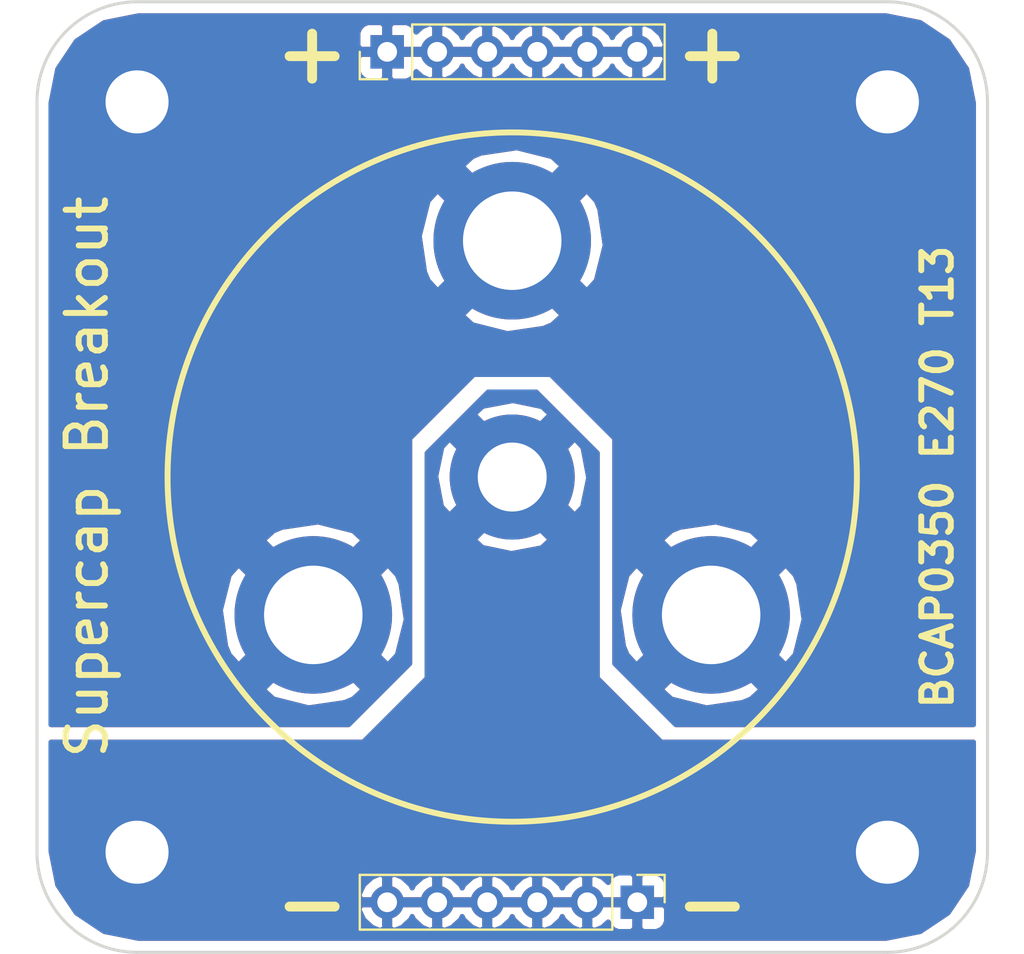
<source format=kicad_pcb>
(kicad_pcb (version 4) (host pcbnew 4.0.6+dfsg1-1)

  (general
    (links 18)
    (no_connects 0)
    (area 124.384999 81.204999 172.795001 129.615001)
    (thickness 1.6)
    (drawings 14)
    (tracks 1)
    (zones 0)
    (modules 7)
    (nets 3)
  )

  (page A4)
  (layers
    (0 F.Cu signal)
    (31 B.Cu signal)
    (33 F.Adhes user)
    (37 F.SilkS user)
    (39 F.Mask user)
    (44 Edge.Cuts user)
    (45 Margin user)
    (47 F.CrtYd user)
    (49 F.Fab user)
  )

  (setup
    (last_trace_width 0.25)
    (user_trace_width 0.25)
    (user_trace_width 0.3)
    (user_trace_width 0.5)
    (user_trace_width 0.8)
    (user_trace_width 1)
    (user_trace_width 2.5)
    (user_trace_width 3)
    (user_trace_width 5)
    (trace_clearance 0.2)
    (zone_clearance 0.508)
    (zone_45_only no)
    (trace_min 0.2)
    (segment_width 0.2)
    (edge_width 0.15)
    (via_size 0.6)
    (via_drill 0.4)
    (via_min_size 0.4)
    (via_min_drill 0.3)
    (uvia_size 0.3)
    (uvia_drill 0.1)
    (uvias_allowed no)
    (uvia_min_size 0.2)
    (uvia_min_drill 0.1)
    (pcb_text_width 0.3)
    (pcb_text_size 1.5 1.5)
    (mod_edge_width 0.15)
    (mod_text_size 1 1)
    (mod_text_width 0.15)
    (pad_size 8 8)
    (pad_drill 5)
    (pad_to_mask_clearance -0.1)
    (aux_axis_origin 0 0)
    (visible_elements FFFEFF7F)
    (pcbplotparams
      (layerselection 0x00030_80000001)
      (usegerberextensions false)
      (excludeedgelayer true)
      (linewidth 0.100000)
      (plotframeref false)
      (viasonmask false)
      (mode 1)
      (useauxorigin false)
      (hpglpennumber 1)
      (hpglpenspeed 20)
      (hpglpendiameter 15)
      (hpglpenoverlay 2)
      (psnegative false)
      (psa4output false)
      (plotreference true)
      (plotvalue true)
      (plotinvisibletext false)
      (padsonsilk false)
      (subtractmaskfromsilk false)
      (outputformat 1)
      (mirror false)
      (drillshape 1)
      (scaleselection 1)
      (outputdirectory ""))
  )

  (net 0 "")
  (net 1 +2V5)
  (net 2 GND)

  (net_class Default "Ceci est la Netclass par défaut"
    (clearance 0.2)
    (trace_width 0.25)
    (via_dia 0.6)
    (via_drill 0.4)
    (uvia_dia 0.3)
    (uvia_drill 0.1)
    (add_net +2V5)
    (add_net GND)
  )

  (module empreinteProjet:BCAP350 (layer F.Cu) (tedit 5ADA3822) (tstamp 5AD0E8F7)
    (at 148.59 105.41)
    (path /5ACF963E)
    (zone_connect 1)
    (fp_text reference C1 (at 0 0) (layer F.SilkS)
      (effects (font (size 1 1) (thickness 0.15)))
    )
    (fp_text value 350F (at 0 0) (layer F.Fab)
      (effects (font (size 1 1) (thickness 0.15)))
    )
    (fp_circle (center 0 0) (end 0 -17.78) (layer F.Fab) (width 0.3))
    (fp_circle (center 0 0) (end 17.5 0) (layer F.SilkS) (width 0.3))
    (pad 1 thru_hole circle (at 10.1 7) (size 8 8) (drill 5) (layers *.Cu *.Mask)
      (net 1 +2V5) (zone_connect 1) (thermal_width 2))
    (pad 1 thru_hole circle (at -10.1 7) (size 8 8) (drill 5) (layers *.Cu *.Mask)
      (net 1 +2V5) (zone_connect 1) (thermal_width 2))
    (pad 2 thru_hole circle (at 0 0) (size 6.35 6.35) (drill 3.5) (layers *.Cu *.Mask)
      (net 2 GND) (zone_connect 1) (thermal_width 2))
    (pad 1 thru_hole circle (at 0 -12) (size 8 8) (drill 5) (layers *.Cu *.Mask)
      (net 1 +2V5) (zone_connect 1) (thermal_width 2))
  )

  (module Pin_Headers:Pin_Header_Straight_1x06_Pitch2.54mm (layer F.Cu) (tedit 5AD1C819) (tstamp 5AD20EAF)
    (at 142.24 83.82 90)
    (descr "Through hole straight pin header, 1x06, 2.54mm pitch, single row")
    (tags "Through hole pin header THT 1x06 2.54mm single row")
    (path /5AD1BEFC)
    (fp_text reference J3 (at 0 -2.39 90) (layer F.SilkS) hide
      (effects (font (size 1 1) (thickness 0.15)))
    )
    (fp_text value CONN_01X06 (at 0 6.35 180) (layer F.Fab)
      (effects (font (size 1 1) (thickness 0.15)))
    )
    (fp_line (start -1.27 -1.27) (end -1.27 13.97) (layer F.Fab) (width 0.1))
    (fp_line (start -1.27 13.97) (end 1.27 13.97) (layer F.Fab) (width 0.1))
    (fp_line (start 1.27 13.97) (end 1.27 -1.27) (layer F.Fab) (width 0.1))
    (fp_line (start 1.27 -1.27) (end -1.27 -1.27) (layer F.Fab) (width 0.1))
    (fp_line (start -1.39 1.27) (end -1.39 14.09) (layer F.SilkS) (width 0.12))
    (fp_line (start -1.39 14.09) (end 1.39 14.09) (layer F.SilkS) (width 0.12))
    (fp_line (start 1.39 14.09) (end 1.39 1.27) (layer F.SilkS) (width 0.12))
    (fp_line (start 1.39 1.27) (end -1.39 1.27) (layer F.SilkS) (width 0.12))
    (fp_line (start -1.39 0) (end -1.39 -1.39) (layer F.SilkS) (width 0.12))
    (fp_line (start -1.39 -1.39) (end 0 -1.39) (layer F.SilkS) (width 0.12))
    (fp_line (start -1.6 -1.6) (end -1.6 14.3) (layer F.CrtYd) (width 0.05))
    (fp_line (start -1.6 14.3) (end 1.6 14.3) (layer F.CrtYd) (width 0.05))
    (fp_line (start 1.6 14.3) (end 1.6 -1.6) (layer F.CrtYd) (width 0.05))
    (fp_line (start 1.6 -1.6) (end -1.6 -1.6) (layer F.CrtYd) (width 0.05))
    (pad 1 thru_hole rect (at 0 0 90) (size 1.7 1.7) (drill 1) (layers *.Cu *.Mask)
      (net 1 +2V5))
    (pad 2 thru_hole oval (at 0 2.54 90) (size 1.7 1.7) (drill 1) (layers *.Cu *.Mask)
      (net 1 +2V5))
    (pad 3 thru_hole oval (at 0 5.08 90) (size 1.7 1.7) (drill 1) (layers *.Cu *.Mask)
      (net 1 +2V5))
    (pad 4 thru_hole oval (at 0 7.62 90) (size 1.7 1.7) (drill 1) (layers *.Cu *.Mask)
      (net 1 +2V5))
    (pad 5 thru_hole oval (at 0 10.16 90) (size 1.7 1.7) (drill 1) (layers *.Cu *.Mask)
      (net 1 +2V5))
    (pad 6 thru_hole oval (at 0 12.7 90) (size 1.7 1.7) (drill 1) (layers *.Cu *.Mask)
      (net 1 +2V5))
    (model Pin_Headers.3dshapes/Pin_Header_Straight_1x06_Pitch2.54mm.wrl
      (at (xyz 0 0 0))
      (scale (xyz 1 1 1))
      (rotate (xyz 0 0 0))
    )
  )

  (module Pin_Headers:Pin_Header_Straight_1x06_Pitch2.54mm (layer F.Cu) (tedit 5AD1C813) (tstamp 5AD20EB8)
    (at 154.94 127 270)
    (descr "Through hole straight pin header, 1x06, 2.54mm pitch, single row")
    (tags "Through hole pin header THT 1x06 2.54mm single row")
    (path /5AD1BB92)
    (fp_text reference J4 (at 0 -2.39 270) (layer F.SilkS) hide
      (effects (font (size 1 1) (thickness 0.15)))
    )
    (fp_text value CONN_01X06 (at 0 7.62 360) (layer F.Fab)
      (effects (font (size 1 1) (thickness 0.15)))
    )
    (fp_line (start -1.27 -1.27) (end -1.27 13.97) (layer F.Fab) (width 0.1))
    (fp_line (start -1.27 13.97) (end 1.27 13.97) (layer F.Fab) (width 0.1))
    (fp_line (start 1.27 13.97) (end 1.27 -1.27) (layer F.Fab) (width 0.1))
    (fp_line (start 1.27 -1.27) (end -1.27 -1.27) (layer F.Fab) (width 0.1))
    (fp_line (start -1.39 1.27) (end -1.39 14.09) (layer F.SilkS) (width 0.12))
    (fp_line (start -1.39 14.09) (end 1.39 14.09) (layer F.SilkS) (width 0.12))
    (fp_line (start 1.39 14.09) (end 1.39 1.27) (layer F.SilkS) (width 0.12))
    (fp_line (start 1.39 1.27) (end -1.39 1.27) (layer F.SilkS) (width 0.12))
    (fp_line (start -1.39 0) (end -1.39 -1.39) (layer F.SilkS) (width 0.12))
    (fp_line (start -1.39 -1.39) (end 0 -1.39) (layer F.SilkS) (width 0.12))
    (fp_line (start -1.6 -1.6) (end -1.6 14.3) (layer F.CrtYd) (width 0.05))
    (fp_line (start -1.6 14.3) (end 1.6 14.3) (layer F.CrtYd) (width 0.05))
    (fp_line (start 1.6 14.3) (end 1.6 -1.6) (layer F.CrtYd) (width 0.05))
    (fp_line (start 1.6 -1.6) (end -1.6 -1.6) (layer F.CrtYd) (width 0.05))
    (pad 1 thru_hole rect (at 0 0 270) (size 1.7 1.7) (drill 1) (layers *.Cu *.Mask)
      (net 2 GND))
    (pad 2 thru_hole oval (at 0 2.54 270) (size 1.7 1.7) (drill 1) (layers *.Cu *.Mask)
      (net 2 GND))
    (pad 3 thru_hole oval (at 0 5.08 270) (size 1.7 1.7) (drill 1) (layers *.Cu *.Mask)
      (net 2 GND))
    (pad 4 thru_hole oval (at 0 7.62 270) (size 1.7 1.7) (drill 1) (layers *.Cu *.Mask)
      (net 2 GND))
    (pad 5 thru_hole oval (at 0 10.16 270) (size 1.7 1.7) (drill 1) (layers *.Cu *.Mask)
      (net 2 GND))
    (pad 6 thru_hole oval (at 0 12.7 270) (size 1.7 1.7) (drill 1) (layers *.Cu *.Mask)
      (net 2 GND))
    (model Pin_Headers.3dshapes/Pin_Header_Straight_1x06_Pitch2.54mm.wrl
      (at (xyz 0 0 0))
      (scale (xyz 1 1 1))
      (rotate (xyz 0 0 0))
    )
  )

  (module Mounting_Holes:MountingHole_3.2mm_M3_Pad (layer F.Cu) (tedit 5AD1C295) (tstamp 5AD260C6)
    (at 129.54 124.46)
    (descr "Mounting Hole 3.2mm, M3")
    (tags "mounting hole 3.2mm m3")
    (path /5ACFA6A3)
    (zone_connect 2)
    (fp_text reference J1 (at 0 -4.2) (layer F.SilkS) hide
      (effects (font (size 1 1) (thickness 0.15)))
    )
    (fp_text value M3_Mounting_Hole (at 0 4.2) (layer F.Fab)
      (effects (font (size 1 1) (thickness 0.15)))
    )
    (fp_circle (center 0 0) (end 3.2 0) (layer Cmts.User) (width 0.15))
    (fp_circle (center 0 0) (end 3.45 0) (layer F.CrtYd) (width 0.05))
    (pad 1 thru_hole circle (at 0 0) (size 6.4 6.4) (drill 3.2) (layers *.Cu *.Mask)
      (net 2 GND) (zone_connect 2))
  )

  (module Mounting_Holes:MountingHole_3.2mm_M3_Pad (layer F.Cu) (tedit 5AD1C2A4) (tstamp 5AD260CB)
    (at 129.54 86.36)
    (descr "Mounting Hole 3.2mm, M3")
    (tags "mounting hole 3.2mm m3")
    (path /5ACFA4C4)
    (zone_connect 2)
    (fp_text reference J2 (at 0 -4.2) (layer F.SilkS) hide
      (effects (font (size 1 1) (thickness 0.15)))
    )
    (fp_text value M3_Mounting_Hole (at 0 4.2) (layer F.Fab)
      (effects (font (size 1 1) (thickness 0.15)))
    )
    (fp_circle (center 0 0) (end 3.2 0) (layer Cmts.User) (width 0.15))
    (fp_circle (center 0 0) (end 3.45 0) (layer F.CrtYd) (width 0.05))
    (pad 1 thru_hole circle (at 0 0) (size 6.4 6.4) (drill 3.2) (layers *.Cu *.Mask)
      (net 1 +2V5) (zone_connect 2))
  )

  (module Mounting_Holes:MountingHole_3.2mm_M3_Pad (layer F.Cu) (tedit 5AD1C2A8) (tstamp 5AD260D0)
    (at 167.64 86.36)
    (descr "Mounting Hole 3.2mm, M3")
    (tags "mounting hole 3.2mm m3")
    (path /5ACFA63D)
    (zone_connect 2)
    (fp_text reference J5 (at 0 -4.2) (layer F.SilkS) hide
      (effects (font (size 1 1) (thickness 0.15)))
    )
    (fp_text value M3_Mounting_Hole (at 0 4.2) (layer F.Fab)
      (effects (font (size 1 1) (thickness 0.15)))
    )
    (fp_circle (center 0 0) (end 3.2 0) (layer Cmts.User) (width 0.15))
    (fp_circle (center 0 0) (end 3.45 0) (layer F.CrtYd) (width 0.05))
    (pad 1 thru_hole circle (at 0 0) (size 6.4 6.4) (drill 3.2) (layers *.Cu *.Mask)
      (net 1 +2V5) (zone_connect 2))
  )

  (module Mounting_Holes:MountingHole_3.2mm_M3_Pad (layer F.Cu) (tedit 5AD1C29A) (tstamp 5AD260D5)
    (at 167.64 124.46)
    (descr "Mounting Hole 3.2mm, M3")
    (tags "mounting hole 3.2mm m3")
    (path /5ACFA6E1)
    (zone_connect 2)
    (fp_text reference J6 (at 0 -4.2) (layer F.SilkS) hide
      (effects (font (size 1 1) (thickness 0.15)))
    )
    (fp_text value M3_Mounting_Hole (at 0 4.2) (layer F.Fab)
      (effects (font (size 1 1) (thickness 0.15)))
    )
    (fp_circle (center 0 0) (end 3.2 0) (layer Cmts.User) (width 0.15))
    (fp_circle (center 0 0) (end 3.45 0) (layer F.CrtYd) (width 0.05))
    (pad 1 thru_hole circle (at 0 0) (size 6.4 6.4) (drill 3.2) (layers *.Cu *.Mask)
      (net 2 GND) (zone_connect 2))
  )

  (gr_text "BCAP0350 E270 T13" (at 170.18 105.41 90) (layer F.SilkS)
    (effects (font (size 1.5 1.5) (thickness 0.3)))
  )
  (gr_text "Supercap Breakout" (at 127 105.41 90) (layer F.SilkS)
    (effects (font (size 2 2) (thickness 0.3)))
  )
  (gr_text - (at 138.43 127) (layer F.SilkS)
    (effects (font (size 3 3) (thickness 0.5)))
  )
  (gr_text - (at 158.75 127) (layer F.SilkS)
    (effects (font (size 3 3) (thickness 0.5)))
  )
  (gr_text + (at 138.43 83.82) (layer F.SilkS)
    (effects (font (size 3 3) (thickness 0.5)))
  )
  (gr_text + (at 158.75 83.82) (layer F.SilkS)
    (effects (font (size 3 3) (thickness 0.5)))
  )
  (gr_line (start 124.46 86.36) (end 124.46 124.46) (angle 90) (layer Edge.Cuts) (width 0.15))
  (gr_line (start 167.64 81.28) (end 129.54 81.28) (angle 90) (layer Edge.Cuts) (width 0.15))
  (gr_line (start 172.72 124.46) (end 172.72 86.36) (angle 90) (layer Edge.Cuts) (width 0.15))
  (gr_line (start 129.54 129.54) (end 167.64 129.54) (angle 90) (layer Edge.Cuts) (width 0.15))
  (gr_arc (start 129.54 86.36) (end 124.46 86.36) (angle 90) (layer Edge.Cuts) (width 0.15))
  (gr_arc (start 167.64 86.36) (end 167.64 81.28) (angle 90) (layer Edge.Cuts) (width 0.15))
  (gr_arc (start 167.64 124.46) (end 172.72 124.46) (angle 90) (layer Edge.Cuts) (width 0.15))
  (gr_arc (start 129.54 124.46) (end 129.54 129.54) (angle 90) (layer Edge.Cuts) (width 0.15))

  (segment (start 148.59 92.9147) (end 148.5011 93.0036) (width 2.5) (layer F.Cu) (net 1) (tstamp 5AD26138))

  (zone (net 1) (net_name +2V5) (layer F.Cu) (tstamp 0) (hatch edge 0.508)
    (connect_pads (clearance 0.508))
    (min_thickness 0.254)
    (fill yes (arc_segments 16) (thermal_gap 0.508) (thermal_bridge_width 0.508))
    (polygon
      (pts
        (xy 124.46 118.11) (xy 140.335 118.11) (xy 143.51 114.935) (xy 143.51 103.505) (xy 146.685 100.33)
        (xy 150.495 100.33) (xy 153.67 103.505) (xy 153.67 114.935) (xy 156.845 118.11) (xy 172.72 118.11)
        (xy 172.72 81.28) (xy 124.46 81.28)
      )
    )
    (filled_polygon
      (pts
        (xy 169.307005 82.335498) (xy 170.720221 83.279779) (xy 171.664502 84.692997) (xy 172.01 86.429931) (xy 172.01 117.983)
        (xy 156.897606 117.983) (xy 155.111757 116.197151) (xy 156.137457 116.197151) (xy 156.66632 116.680592) (xy 158.454649 117.129941)
        (xy 160.278807 116.860722) (xy 160.71368 116.680592) (xy 161.242543 116.197151) (xy 158.69 113.644608) (xy 156.137457 116.197151)
        (xy 155.111757 116.197151) (xy 153.797 114.882394) (xy 153.797 112.174649) (xy 153.970059 112.174649) (xy 154.239278 113.998807)
        (xy 154.419408 114.43368) (xy 154.902849 114.962543) (xy 157.455392 112.41) (xy 159.924608 112.41) (xy 162.477151 114.962543)
        (xy 162.960592 114.43368) (xy 163.409941 112.645351) (xy 163.140722 110.821193) (xy 162.960592 110.38632) (xy 162.477151 109.857457)
        (xy 159.924608 112.41) (xy 157.455392 112.41) (xy 154.902849 109.857457) (xy 154.419408 110.38632) (xy 153.970059 112.174649)
        (xy 153.797 112.174649) (xy 153.797 108.622849) (xy 156.137457 108.622849) (xy 158.69 111.175392) (xy 161.242543 108.622849)
        (xy 160.71368 108.139408) (xy 158.925351 107.690059) (xy 157.101193 107.959278) (xy 156.66632 108.139408) (xy 156.137457 108.622849)
        (xy 153.797 108.622849) (xy 153.797 103.505) (xy 153.786994 103.45559) (xy 153.759803 103.415197) (xy 150.584803 100.240197)
        (xy 150.542789 100.212334) (xy 150.495 100.203) (xy 146.685 100.203) (xy 146.63559 100.213006) (xy 146.595197 100.240197)
        (xy 143.420197 103.415197) (xy 143.392334 103.457211) (xy 143.383 103.505) (xy 143.383 114.882394) (xy 140.282394 117.983)
        (xy 125.17 117.983) (xy 125.17 116.197151) (xy 135.937457 116.197151) (xy 136.46632 116.680592) (xy 138.254649 117.129941)
        (xy 140.078807 116.860722) (xy 140.51368 116.680592) (xy 141.042543 116.197151) (xy 138.49 113.644608) (xy 135.937457 116.197151)
        (xy 125.17 116.197151) (xy 125.17 112.174649) (xy 133.770059 112.174649) (xy 134.039278 113.998807) (xy 134.219408 114.43368)
        (xy 134.702849 114.962543) (xy 137.255392 112.41) (xy 139.724608 112.41) (xy 142.277151 114.962543) (xy 142.760592 114.43368)
        (xy 143.209941 112.645351) (xy 142.940722 110.821193) (xy 142.760592 110.38632) (xy 142.277151 109.857457) (xy 139.724608 112.41)
        (xy 137.255392 112.41) (xy 134.702849 109.857457) (xy 134.219408 110.38632) (xy 133.770059 112.174649) (xy 125.17 112.174649)
        (xy 125.17 108.622849) (xy 135.937457 108.622849) (xy 138.49 111.175392) (xy 141.042543 108.622849) (xy 140.51368 108.139408)
        (xy 138.725351 107.690059) (xy 136.901193 107.959278) (xy 136.46632 108.139408) (xy 135.937457 108.622849) (xy 125.17 108.622849)
        (xy 125.17 97.197151) (xy 146.037457 97.197151) (xy 146.56632 97.680592) (xy 148.354649 98.129941) (xy 150.178807 97.860722)
        (xy 150.61368 97.680592) (xy 151.142543 97.197151) (xy 148.59 94.644608) (xy 146.037457 97.197151) (xy 125.17 97.197151)
        (xy 125.17 93.174649) (xy 143.870059 93.174649) (xy 144.139278 94.998807) (xy 144.319408 95.43368) (xy 144.802849 95.962543)
        (xy 147.355392 93.41) (xy 149.824608 93.41) (xy 152.377151 95.962543) (xy 152.860592 95.43368) (xy 153.309941 93.645351)
        (xy 153.040722 91.821193) (xy 152.860592 91.38632) (xy 152.377151 90.857457) (xy 149.824608 93.41) (xy 147.355392 93.41)
        (xy 144.802849 90.857457) (xy 144.319408 91.38632) (xy 143.870059 93.174649) (xy 125.17 93.174649) (xy 125.17 89.622849)
        (xy 146.037457 89.622849) (xy 148.59 92.175392) (xy 151.142543 89.622849) (xy 150.61368 89.139408) (xy 148.825351 88.690059)
        (xy 147.001193 88.959278) (xy 146.56632 89.139408) (xy 146.037457 89.622849) (xy 125.17 89.622849) (xy 125.17 86.429931)
        (xy 125.515498 84.692995) (xy 125.907882 84.10575) (xy 140.755 84.10575) (xy 140.755 84.796309) (xy 140.851673 85.029698)
        (xy 141.030301 85.208327) (xy 141.26369 85.305) (xy 141.95425 85.305) (xy 142.113 85.14625) (xy 142.113 83.947)
        (xy 142.367 83.947) (xy 142.367 85.14625) (xy 142.52575 85.305) (xy 143.21631 85.305) (xy 143.449699 85.208327)
        (xy 143.628327 85.029698) (xy 143.715136 84.820122) (xy 144.013076 85.091645) (xy 144.42311 85.261476) (xy 144.653 85.140155)
        (xy 144.653 83.947) (xy 144.907 83.947) (xy 144.907 85.140155) (xy 145.13689 85.261476) (xy 145.546924 85.091645)
        (xy 145.975183 84.701358) (xy 146.05 84.542046) (xy 146.124817 84.701358) (xy 146.553076 85.091645) (xy 146.96311 85.261476)
        (xy 147.193 85.140155) (xy 147.193 83.947) (xy 147.447 83.947) (xy 147.447 85.140155) (xy 147.67689 85.261476)
        (xy 148.086924 85.091645) (xy 148.515183 84.701358) (xy 148.59 84.542046) (xy 148.664817 84.701358) (xy 149.093076 85.091645)
        (xy 149.50311 85.261476) (xy 149.733 85.140155) (xy 149.733 83.947) (xy 149.987 83.947) (xy 149.987 85.140155)
        (xy 150.21689 85.261476) (xy 150.626924 85.091645) (xy 151.055183 84.701358) (xy 151.13 84.542046) (xy 151.204817 84.701358)
        (xy 151.633076 85.091645) (xy 152.04311 85.261476) (xy 152.273 85.140155) (xy 152.273 83.947) (xy 152.527 83.947)
        (xy 152.527 85.140155) (xy 152.75689 85.261476) (xy 153.166924 85.091645) (xy 153.595183 84.701358) (xy 153.67 84.542046)
        (xy 153.744817 84.701358) (xy 154.173076 85.091645) (xy 154.58311 85.261476) (xy 154.813 85.140155) (xy 154.813 83.947)
        (xy 155.067 83.947) (xy 155.067 85.140155) (xy 155.29689 85.261476) (xy 155.706924 85.091645) (xy 156.135183 84.701358)
        (xy 156.381486 84.176892) (xy 156.260819 83.947) (xy 155.067 83.947) (xy 154.813 83.947) (xy 152.527 83.947)
        (xy 152.273 83.947) (xy 149.987 83.947) (xy 149.733 83.947) (xy 147.447 83.947) (xy 147.193 83.947)
        (xy 144.907 83.947) (xy 144.653 83.947) (xy 142.367 83.947) (xy 142.113 83.947) (xy 140.91375 83.947)
        (xy 140.755 84.10575) (xy 125.907882 84.10575) (xy 126.459779 83.279779) (xy 127.112431 82.843691) (xy 140.755 82.843691)
        (xy 140.755 83.53425) (xy 140.91375 83.693) (xy 142.113 83.693) (xy 142.113 82.49375) (xy 142.367 82.49375)
        (xy 142.367 83.693) (xy 144.653 83.693) (xy 144.653 82.499845) (xy 144.907 82.499845) (xy 144.907 83.693)
        (xy 147.193 83.693) (xy 147.193 82.499845) (xy 147.447 82.499845) (xy 147.447 83.693) (xy 149.733 83.693)
        (xy 149.733 82.499845) (xy 149.987 82.499845) (xy 149.987 83.693) (xy 152.273 83.693) (xy 152.273 82.499845)
        (xy 152.527 82.499845) (xy 152.527 83.693) (xy 154.813 83.693) (xy 154.813 82.499845) (xy 155.067 82.499845)
        (xy 155.067 83.693) (xy 156.260819 83.693) (xy 156.381486 83.463108) (xy 156.135183 82.938642) (xy 155.706924 82.548355)
        (xy 155.29689 82.378524) (xy 155.067 82.499845) (xy 154.813 82.499845) (xy 154.58311 82.378524) (xy 154.173076 82.548355)
        (xy 153.744817 82.938642) (xy 153.67 83.097954) (xy 153.595183 82.938642) (xy 153.166924 82.548355) (xy 152.75689 82.378524)
        (xy 152.527 82.499845) (xy 152.273 82.499845) (xy 152.04311 82.378524) (xy 151.633076 82.548355) (xy 151.204817 82.938642)
        (xy 151.13 83.097954) (xy 151.055183 82.938642) (xy 150.626924 82.548355) (xy 150.21689 82.378524) (xy 149.987 82.499845)
        (xy 149.733 82.499845) (xy 149.50311 82.378524) (xy 149.093076 82.548355) (xy 148.664817 82.938642) (xy 148.59 83.097954)
        (xy 148.515183 82.938642) (xy 148.086924 82.548355) (xy 147.67689 82.378524) (xy 147.447 82.499845) (xy 147.193 82.499845)
        (xy 146.96311 82.378524) (xy 146.553076 82.548355) (xy 146.124817 82.938642) (xy 146.05 83.097954) (xy 145.975183 82.938642)
        (xy 145.546924 82.548355) (xy 145.13689 82.378524) (xy 144.907 82.499845) (xy 144.653 82.499845) (xy 144.42311 82.378524)
        (xy 144.013076 82.548355) (xy 143.715136 82.819878) (xy 143.628327 82.610302) (xy 143.449699 82.431673) (xy 143.21631 82.335)
        (xy 142.52575 82.335) (xy 142.367 82.49375) (xy 142.113 82.49375) (xy 141.95425 82.335) (xy 141.26369 82.335)
        (xy 141.030301 82.431673) (xy 140.851673 82.610302) (xy 140.755 82.843691) (xy 127.112431 82.843691) (xy 127.872997 82.335498)
        (xy 129.609931 81.99) (xy 167.570069 81.99)
      )
    )
  )
  (zone (net 2) (net_name GND) (layer F.Cu) (tstamp 0) (hatch edge 0.508)
    (connect_pads (clearance 0.508))
    (min_thickness 0.254)
    (fill yes (arc_segments 16) (thermal_gap 0.508) (thermal_bridge_width 0.508))
    (polygon
      (pts
        (xy 124.46 118.745) (xy 124.46 129.54) (xy 172.72 129.54) (xy 172.72 118.745) (xy 156.21 118.745)
        (xy 153.035 115.57) (xy 153.035 104.14) (xy 149.86 100.965) (xy 147.32 100.965) (xy 144.145 104.14)
        (xy 144.145 115.57) (xy 140.97 118.745)
      )
    )
    (filled_polygon
      (pts
        (xy 152.908 104.192606) (xy 152.908 115.57) (xy 152.918006 115.61941) (xy 152.945197 115.659803) (xy 156.120197 118.834803)
        (xy 156.162211 118.862666) (xy 156.21 118.872) (xy 172.01 118.872) (xy 172.01 124.390069) (xy 171.664502 126.127003)
        (xy 170.720221 127.540221) (xy 169.307005 128.484502) (xy 167.570069 128.83) (xy 129.609931 128.83) (xy 127.872997 128.484502)
        (xy 126.459779 127.540221) (xy 126.337283 127.356892) (xy 140.798514 127.356892) (xy 141.044817 127.881358) (xy 141.473076 128.271645)
        (xy 141.88311 128.441476) (xy 142.113 128.320155) (xy 142.113 127.127) (xy 142.367 127.127) (xy 142.367 128.320155)
        (xy 142.59689 128.441476) (xy 143.006924 128.271645) (xy 143.435183 127.881358) (xy 143.51 127.722046) (xy 143.584817 127.881358)
        (xy 144.013076 128.271645) (xy 144.42311 128.441476) (xy 144.653 128.320155) (xy 144.653 127.127) (xy 144.907 127.127)
        (xy 144.907 128.320155) (xy 145.13689 128.441476) (xy 145.546924 128.271645) (xy 145.975183 127.881358) (xy 146.05 127.722046)
        (xy 146.124817 127.881358) (xy 146.553076 128.271645) (xy 146.96311 128.441476) (xy 147.193 128.320155) (xy 147.193 127.127)
        (xy 147.447 127.127) (xy 147.447 128.320155) (xy 147.67689 128.441476) (xy 148.086924 128.271645) (xy 148.515183 127.881358)
        (xy 148.59 127.722046) (xy 148.664817 127.881358) (xy 149.093076 128.271645) (xy 149.50311 128.441476) (xy 149.733 128.320155)
        (xy 149.733 127.127) (xy 149.987 127.127) (xy 149.987 128.320155) (xy 150.21689 128.441476) (xy 150.626924 128.271645)
        (xy 151.055183 127.881358) (xy 151.13 127.722046) (xy 151.204817 127.881358) (xy 151.633076 128.271645) (xy 152.04311 128.441476)
        (xy 152.273 128.320155) (xy 152.273 127.127) (xy 152.527 127.127) (xy 152.527 128.320155) (xy 152.75689 128.441476)
        (xy 153.166924 128.271645) (xy 153.464864 128.000122) (xy 153.551673 128.209698) (xy 153.730301 128.388327) (xy 153.96369 128.485)
        (xy 154.65425 128.485) (xy 154.813 128.32625) (xy 154.813 127.127) (xy 155.067 127.127) (xy 155.067 128.32625)
        (xy 155.22575 128.485) (xy 155.91631 128.485) (xy 156.149699 128.388327) (xy 156.328327 128.209698) (xy 156.425 127.976309)
        (xy 156.425 127.28575) (xy 156.26625 127.127) (xy 155.067 127.127) (xy 154.813 127.127) (xy 152.527 127.127)
        (xy 152.273 127.127) (xy 149.987 127.127) (xy 149.733 127.127) (xy 147.447 127.127) (xy 147.193 127.127)
        (xy 144.907 127.127) (xy 144.653 127.127) (xy 142.367 127.127) (xy 142.113 127.127) (xy 140.919181 127.127)
        (xy 140.798514 127.356892) (xy 126.337283 127.356892) (xy 125.860348 126.643108) (xy 140.798514 126.643108) (xy 140.919181 126.873)
        (xy 142.113 126.873) (xy 142.113 125.679845) (xy 142.367 125.679845) (xy 142.367 126.873) (xy 144.653 126.873)
        (xy 144.653 125.679845) (xy 144.907 125.679845) (xy 144.907 126.873) (xy 147.193 126.873) (xy 147.193 125.679845)
        (xy 147.447 125.679845) (xy 147.447 126.873) (xy 149.733 126.873) (xy 149.733 125.679845) (xy 149.987 125.679845)
        (xy 149.987 126.873) (xy 152.273 126.873) (xy 152.273 125.679845) (xy 152.527 125.679845) (xy 152.527 126.873)
        (xy 154.813 126.873) (xy 154.813 125.67375) (xy 155.067 125.67375) (xy 155.067 126.873) (xy 156.26625 126.873)
        (xy 156.425 126.71425) (xy 156.425 126.023691) (xy 156.328327 125.790302) (xy 156.149699 125.611673) (xy 155.91631 125.515)
        (xy 155.22575 125.515) (xy 155.067 125.67375) (xy 154.813 125.67375) (xy 154.65425 125.515) (xy 153.96369 125.515)
        (xy 153.730301 125.611673) (xy 153.551673 125.790302) (xy 153.464864 125.999878) (xy 153.166924 125.728355) (xy 152.75689 125.558524)
        (xy 152.527 125.679845) (xy 152.273 125.679845) (xy 152.04311 125.558524) (xy 151.633076 125.728355) (xy 151.204817 126.118642)
        (xy 151.13 126.277954) (xy 151.055183 126.118642) (xy 150.626924 125.728355) (xy 150.21689 125.558524) (xy 149.987 125.679845)
        (xy 149.733 125.679845) (xy 149.50311 125.558524) (xy 149.093076 125.728355) (xy 148.664817 126.118642) (xy 148.59 126.277954)
        (xy 148.515183 126.118642) (xy 148.086924 125.728355) (xy 147.67689 125.558524) (xy 147.447 125.679845) (xy 147.193 125.679845)
        (xy 146.96311 125.558524) (xy 146.553076 125.728355) (xy 146.124817 126.118642) (xy 146.05 126.277954) (xy 145.975183 126.118642)
        (xy 145.546924 125.728355) (xy 145.13689 125.558524) (xy 144.907 125.679845) (xy 144.653 125.679845) (xy 144.42311 125.558524)
        (xy 144.013076 125.728355) (xy 143.584817 126.118642) (xy 143.51 126.277954) (xy 143.435183 126.118642) (xy 143.006924 125.728355)
        (xy 142.59689 125.558524) (xy 142.367 125.679845) (xy 142.113 125.679845) (xy 141.88311 125.558524) (xy 141.473076 125.728355)
        (xy 141.044817 126.118642) (xy 140.798514 126.643108) (xy 125.860348 126.643108) (xy 125.515498 126.127005) (xy 125.17 124.390069)
        (xy 125.17 118.872) (xy 140.97 118.872) (xy 141.01941 118.861994) (xy 141.059803 118.834803) (xy 144.234803 115.659803)
        (xy 144.262666 115.617789) (xy 144.272 115.57) (xy 144.272 108.588568) (xy 146.64604 108.588568) (xy 147.071343 108.98549)
        (xy 148.555224 109.294487) (xy 150.044401 109.012106) (xy 150.108657 108.98549) (xy 150.53396 108.588568) (xy 148.59 106.644608)
        (xy 146.64604 108.588568) (xy 144.272 108.588568) (xy 144.272 105.375224) (xy 144.705513 105.375224) (xy 144.987894 106.864401)
        (xy 145.01451 106.928657) (xy 145.411432 107.35396) (xy 147.355392 105.41) (xy 149.824608 105.41) (xy 151.768568 107.35396)
        (xy 152.16549 106.928657) (xy 152.474487 105.444776) (xy 152.192106 103.955599) (xy 152.16549 103.891343) (xy 151.768568 103.46604)
        (xy 149.824608 105.41) (xy 147.355392 105.41) (xy 145.411432 103.46604) (xy 145.01451 103.891343) (xy 144.705513 105.375224)
        (xy 144.272 105.375224) (xy 144.272 104.192606) (xy 146.233174 102.231432) (xy 146.64604 102.231432) (xy 148.59 104.175392)
        (xy 150.53396 102.231432) (xy 150.108657 101.83451) (xy 148.624776 101.525513) (xy 147.135599 101.807894) (xy 147.071343 101.83451)
        (xy 146.64604 102.231432) (xy 146.233174 102.231432) (xy 147.372606 101.092) (xy 149.807394 101.092)
      )
    )
  )
  (zone (net 2) (net_name GND) (layer B.Cu) (tstamp 5ADA3928) (hatch edge 0.508)
    (connect_pads (clearance 0.508))
    (min_thickness 0.254)
    (fill yes (arc_segments 16) (thermal_gap 0.508) (thermal_bridge_width 0.508))
    (polygon
      (pts
        (xy 124.46 118.745) (xy 124.46 129.54) (xy 172.72 129.54) (xy 172.72 118.745) (xy 156.21 118.745)
        (xy 153.035 115.57) (xy 153.035 104.14) (xy 149.86 100.965) (xy 147.32 100.965) (xy 144.145 104.14)
        (xy 144.145 115.57) (xy 140.97 118.745)
      )
    )
    (filled_polygon
      (pts
        (xy 152.908 104.192606) (xy 152.908 115.57) (xy 152.918006 115.61941) (xy 152.945197 115.659803) (xy 156.120197 118.834803)
        (xy 156.162211 118.862666) (xy 156.21 118.872) (xy 172.01 118.872) (xy 172.01 124.390069) (xy 171.664502 126.127003)
        (xy 170.720221 127.540221) (xy 169.307005 128.484502) (xy 167.570069 128.83) (xy 129.609931 128.83) (xy 127.872997 128.484502)
        (xy 126.459779 127.540221) (xy 126.337283 127.356892) (xy 140.798514 127.356892) (xy 141.044817 127.881358) (xy 141.473076 128.271645)
        (xy 141.88311 128.441476) (xy 142.113 128.320155) (xy 142.113 127.127) (xy 142.367 127.127) (xy 142.367 128.320155)
        (xy 142.59689 128.441476) (xy 143.006924 128.271645) (xy 143.435183 127.881358) (xy 143.51 127.722046) (xy 143.584817 127.881358)
        (xy 144.013076 128.271645) (xy 144.42311 128.441476) (xy 144.653 128.320155) (xy 144.653 127.127) (xy 144.907 127.127)
        (xy 144.907 128.320155) (xy 145.13689 128.441476) (xy 145.546924 128.271645) (xy 145.975183 127.881358) (xy 146.05 127.722046)
        (xy 146.124817 127.881358) (xy 146.553076 128.271645) (xy 146.96311 128.441476) (xy 147.193 128.320155) (xy 147.193 127.127)
        (xy 147.447 127.127) (xy 147.447 128.320155) (xy 147.67689 128.441476) (xy 148.086924 128.271645) (xy 148.515183 127.881358)
        (xy 148.59 127.722046) (xy 148.664817 127.881358) (xy 149.093076 128.271645) (xy 149.50311 128.441476) (xy 149.733 128.320155)
        (xy 149.733 127.127) (xy 149.987 127.127) (xy 149.987 128.320155) (xy 150.21689 128.441476) (xy 150.626924 128.271645)
        (xy 151.055183 127.881358) (xy 151.13 127.722046) (xy 151.204817 127.881358) (xy 151.633076 128.271645) (xy 152.04311 128.441476)
        (xy 152.273 128.320155) (xy 152.273 127.127) (xy 152.527 127.127) (xy 152.527 128.320155) (xy 152.75689 128.441476)
        (xy 153.166924 128.271645) (xy 153.464864 128.000122) (xy 153.551673 128.209698) (xy 153.730301 128.388327) (xy 153.96369 128.485)
        (xy 154.65425 128.485) (xy 154.813 128.32625) (xy 154.813 127.127) (xy 155.067 127.127) (xy 155.067 128.32625)
        (xy 155.22575 128.485) (xy 155.91631 128.485) (xy 156.149699 128.388327) (xy 156.328327 128.209698) (xy 156.425 127.976309)
        (xy 156.425 127.28575) (xy 156.26625 127.127) (xy 155.067 127.127) (xy 154.813 127.127) (xy 152.527 127.127)
        (xy 152.273 127.127) (xy 149.987 127.127) (xy 149.733 127.127) (xy 147.447 127.127) (xy 147.193 127.127)
        (xy 144.907 127.127) (xy 144.653 127.127) (xy 142.367 127.127) (xy 142.113 127.127) (xy 140.919181 127.127)
        (xy 140.798514 127.356892) (xy 126.337283 127.356892) (xy 125.860348 126.643108) (xy 140.798514 126.643108) (xy 140.919181 126.873)
        (xy 142.113 126.873) (xy 142.113 125.679845) (xy 142.367 125.679845) (xy 142.367 126.873) (xy 144.653 126.873)
        (xy 144.653 125.679845) (xy 144.907 125.679845) (xy 144.907 126.873) (xy 147.193 126.873) (xy 147.193 125.679845)
        (xy 147.447 125.679845) (xy 147.447 126.873) (xy 149.733 126.873) (xy 149.733 125.679845) (xy 149.987 125.679845)
        (xy 149.987 126.873) (xy 152.273 126.873) (xy 152.273 125.679845) (xy 152.527 125.679845) (xy 152.527 126.873)
        (xy 154.813 126.873) (xy 154.813 125.67375) (xy 155.067 125.67375) (xy 155.067 126.873) (xy 156.26625 126.873)
        (xy 156.425 126.71425) (xy 156.425 126.023691) (xy 156.328327 125.790302) (xy 156.149699 125.611673) (xy 155.91631 125.515)
        (xy 155.22575 125.515) (xy 155.067 125.67375) (xy 154.813 125.67375) (xy 154.65425 125.515) (xy 153.96369 125.515)
        (xy 153.730301 125.611673) (xy 153.551673 125.790302) (xy 153.464864 125.999878) (xy 153.166924 125.728355) (xy 152.75689 125.558524)
        (xy 152.527 125.679845) (xy 152.273 125.679845) (xy 152.04311 125.558524) (xy 151.633076 125.728355) (xy 151.204817 126.118642)
        (xy 151.13 126.277954) (xy 151.055183 126.118642) (xy 150.626924 125.728355) (xy 150.21689 125.558524) (xy 149.987 125.679845)
        (xy 149.733 125.679845) (xy 149.50311 125.558524) (xy 149.093076 125.728355) (xy 148.664817 126.118642) (xy 148.59 126.277954)
        (xy 148.515183 126.118642) (xy 148.086924 125.728355) (xy 147.67689 125.558524) (xy 147.447 125.679845) (xy 147.193 125.679845)
        (xy 146.96311 125.558524) (xy 146.553076 125.728355) (xy 146.124817 126.118642) (xy 146.05 126.277954) (xy 145.975183 126.118642)
        (xy 145.546924 125.728355) (xy 145.13689 125.558524) (xy 144.907 125.679845) (xy 144.653 125.679845) (xy 144.42311 125.558524)
        (xy 144.013076 125.728355) (xy 143.584817 126.118642) (xy 143.51 126.277954) (xy 143.435183 126.118642) (xy 143.006924 125.728355)
        (xy 142.59689 125.558524) (xy 142.367 125.679845) (xy 142.113 125.679845) (xy 141.88311 125.558524) (xy 141.473076 125.728355)
        (xy 141.044817 126.118642) (xy 140.798514 126.643108) (xy 125.860348 126.643108) (xy 125.515498 126.127005) (xy 125.17 124.390069)
        (xy 125.17 118.872) (xy 140.97 118.872) (xy 141.01941 118.861994) (xy 141.059803 118.834803) (xy 144.234803 115.659803)
        (xy 144.262666 115.617789) (xy 144.272 115.57) (xy 144.272 108.588568) (xy 146.64604 108.588568) (xy 147.071343 108.98549)
        (xy 148.555224 109.294487) (xy 150.044401 109.012106) (xy 150.108657 108.98549) (xy 150.53396 108.588568) (xy 148.59 106.644608)
        (xy 146.64604 108.588568) (xy 144.272 108.588568) (xy 144.272 105.375224) (xy 144.705513 105.375224) (xy 144.987894 106.864401)
        (xy 145.01451 106.928657) (xy 145.411432 107.35396) (xy 147.355392 105.41) (xy 149.824608 105.41) (xy 151.768568 107.35396)
        (xy 152.16549 106.928657) (xy 152.474487 105.444776) (xy 152.192106 103.955599) (xy 152.16549 103.891343) (xy 151.768568 103.46604)
        (xy 149.824608 105.41) (xy 147.355392 105.41) (xy 145.411432 103.46604) (xy 145.01451 103.891343) (xy 144.705513 105.375224)
        (xy 144.272 105.375224) (xy 144.272 104.192606) (xy 146.233174 102.231432) (xy 146.64604 102.231432) (xy 148.59 104.175392)
        (xy 150.53396 102.231432) (xy 150.108657 101.83451) (xy 148.624776 101.525513) (xy 147.135599 101.807894) (xy 147.071343 101.83451)
        (xy 146.64604 102.231432) (xy 146.233174 102.231432) (xy 147.372606 101.092) (xy 149.807394 101.092)
      )
    )
  )
  (zone (net 1) (net_name +2V5) (layer B.Cu) (tstamp 5ADA394D) (hatch edge 0.508)
    (connect_pads (clearance 0.508))
    (min_thickness 0.254)
    (fill yes (arc_segments 16) (thermal_gap 0.508) (thermal_bridge_width 0.508))
    (polygon
      (pts
        (xy 124.46 118.11) (xy 140.335 118.11) (xy 143.51 114.935) (xy 143.51 103.505) (xy 146.685 100.33)
        (xy 150.495 100.33) (xy 153.67 103.505) (xy 153.67 114.935) (xy 156.845 118.11) (xy 172.72 118.11)
        (xy 172.72 81.28) (xy 124.46 81.28)
      )
    )
    (filled_polygon
      (pts
        (xy 169.307005 82.335498) (xy 170.720221 83.279779) (xy 171.664502 84.692997) (xy 172.01 86.429931) (xy 172.01 117.983)
        (xy 156.897606 117.983) (xy 155.111757 116.197151) (xy 156.137457 116.197151) (xy 156.66632 116.680592) (xy 158.454649 117.129941)
        (xy 160.278807 116.860722) (xy 160.71368 116.680592) (xy 161.242543 116.197151) (xy 158.69 113.644608) (xy 156.137457 116.197151)
        (xy 155.111757 116.197151) (xy 153.797 114.882394) (xy 153.797 112.174649) (xy 153.970059 112.174649) (xy 154.239278 113.998807)
        (xy 154.419408 114.43368) (xy 154.902849 114.962543) (xy 157.455392 112.41) (xy 159.924608 112.41) (xy 162.477151 114.962543)
        (xy 162.960592 114.43368) (xy 163.409941 112.645351) (xy 163.140722 110.821193) (xy 162.960592 110.38632) (xy 162.477151 109.857457)
        (xy 159.924608 112.41) (xy 157.455392 112.41) (xy 154.902849 109.857457) (xy 154.419408 110.38632) (xy 153.970059 112.174649)
        (xy 153.797 112.174649) (xy 153.797 108.622849) (xy 156.137457 108.622849) (xy 158.69 111.175392) (xy 161.242543 108.622849)
        (xy 160.71368 108.139408) (xy 158.925351 107.690059) (xy 157.101193 107.959278) (xy 156.66632 108.139408) (xy 156.137457 108.622849)
        (xy 153.797 108.622849) (xy 153.797 103.505) (xy 153.786994 103.45559) (xy 153.759803 103.415197) (xy 150.584803 100.240197)
        (xy 150.542789 100.212334) (xy 150.495 100.203) (xy 146.685 100.203) (xy 146.63559 100.213006) (xy 146.595197 100.240197)
        (xy 143.420197 103.415197) (xy 143.392334 103.457211) (xy 143.383 103.505) (xy 143.383 114.882394) (xy 140.282394 117.983)
        (xy 125.17 117.983) (xy 125.17 116.197151) (xy 135.937457 116.197151) (xy 136.46632 116.680592) (xy 138.254649 117.129941)
        (xy 140.078807 116.860722) (xy 140.51368 116.680592) (xy 141.042543 116.197151) (xy 138.49 113.644608) (xy 135.937457 116.197151)
        (xy 125.17 116.197151) (xy 125.17 112.174649) (xy 133.770059 112.174649) (xy 134.039278 113.998807) (xy 134.219408 114.43368)
        (xy 134.702849 114.962543) (xy 137.255392 112.41) (xy 139.724608 112.41) (xy 142.277151 114.962543) (xy 142.760592 114.43368)
        (xy 143.209941 112.645351) (xy 142.940722 110.821193) (xy 142.760592 110.38632) (xy 142.277151 109.857457) (xy 139.724608 112.41)
        (xy 137.255392 112.41) (xy 134.702849 109.857457) (xy 134.219408 110.38632) (xy 133.770059 112.174649) (xy 125.17 112.174649)
        (xy 125.17 108.622849) (xy 135.937457 108.622849) (xy 138.49 111.175392) (xy 141.042543 108.622849) (xy 140.51368 108.139408)
        (xy 138.725351 107.690059) (xy 136.901193 107.959278) (xy 136.46632 108.139408) (xy 135.937457 108.622849) (xy 125.17 108.622849)
        (xy 125.17 97.197151) (xy 146.037457 97.197151) (xy 146.56632 97.680592) (xy 148.354649 98.129941) (xy 150.178807 97.860722)
        (xy 150.61368 97.680592) (xy 151.142543 97.197151) (xy 148.59 94.644608) (xy 146.037457 97.197151) (xy 125.17 97.197151)
        (xy 125.17 93.174649) (xy 143.870059 93.174649) (xy 144.139278 94.998807) (xy 144.319408 95.43368) (xy 144.802849 95.962543)
        (xy 147.355392 93.41) (xy 149.824608 93.41) (xy 152.377151 95.962543) (xy 152.860592 95.43368) (xy 153.309941 93.645351)
        (xy 153.040722 91.821193) (xy 152.860592 91.38632) (xy 152.377151 90.857457) (xy 149.824608 93.41) (xy 147.355392 93.41)
        (xy 144.802849 90.857457) (xy 144.319408 91.38632) (xy 143.870059 93.174649) (xy 125.17 93.174649) (xy 125.17 89.622849)
        (xy 146.037457 89.622849) (xy 148.59 92.175392) (xy 151.142543 89.622849) (xy 150.61368 89.139408) (xy 148.825351 88.690059)
        (xy 147.001193 88.959278) (xy 146.56632 89.139408) (xy 146.037457 89.622849) (xy 125.17 89.622849) (xy 125.17 86.429931)
        (xy 125.515498 84.692995) (xy 125.907882 84.10575) (xy 140.755 84.10575) (xy 140.755 84.796309) (xy 140.851673 85.029698)
        (xy 141.030301 85.208327) (xy 141.26369 85.305) (xy 141.95425 85.305) (xy 142.113 85.14625) (xy 142.113 83.947)
        (xy 142.367 83.947) (xy 142.367 85.14625) (xy 142.52575 85.305) (xy 143.21631 85.305) (xy 143.449699 85.208327)
        (xy 143.628327 85.029698) (xy 143.715136 84.820122) (xy 144.013076 85.091645) (xy 144.42311 85.261476) (xy 144.653 85.140155)
        (xy 144.653 83.947) (xy 144.907 83.947) (xy 144.907 85.140155) (xy 145.13689 85.261476) (xy 145.546924 85.091645)
        (xy 145.975183 84.701358) (xy 146.05 84.542046) (xy 146.124817 84.701358) (xy 146.553076 85.091645) (xy 146.96311 85.261476)
        (xy 147.193 85.140155) (xy 147.193 83.947) (xy 147.447 83.947) (xy 147.447 85.140155) (xy 147.67689 85.261476)
        (xy 148.086924 85.091645) (xy 148.515183 84.701358) (xy 148.59 84.542046) (xy 148.664817 84.701358) (xy 149.093076 85.091645)
        (xy 149.50311 85.261476) (xy 149.733 85.140155) (xy 149.733 83.947) (xy 149.987 83.947) (xy 149.987 85.140155)
        (xy 150.21689 85.261476) (xy 150.626924 85.091645) (xy 151.055183 84.701358) (xy 151.13 84.542046) (xy 151.204817 84.701358)
        (xy 151.633076 85.091645) (xy 152.04311 85.261476) (xy 152.273 85.140155) (xy 152.273 83.947) (xy 152.527 83.947)
        (xy 152.527 85.140155) (xy 152.75689 85.261476) (xy 153.166924 85.091645) (xy 153.595183 84.701358) (xy 153.67 84.542046)
        (xy 153.744817 84.701358) (xy 154.173076 85.091645) (xy 154.58311 85.261476) (xy 154.813 85.140155) (xy 154.813 83.947)
        (xy 155.067 83.947) (xy 155.067 85.140155) (xy 155.29689 85.261476) (xy 155.706924 85.091645) (xy 156.135183 84.701358)
        (xy 156.381486 84.176892) (xy 156.260819 83.947) (xy 155.067 83.947) (xy 154.813 83.947) (xy 152.527 83.947)
        (xy 152.273 83.947) (xy 149.987 83.947) (xy 149.733 83.947) (xy 147.447 83.947) (xy 147.193 83.947)
        (xy 144.907 83.947) (xy 144.653 83.947) (xy 142.367 83.947) (xy 142.113 83.947) (xy 140.91375 83.947)
        (xy 140.755 84.10575) (xy 125.907882 84.10575) (xy 126.459779 83.279779) (xy 127.112431 82.843691) (xy 140.755 82.843691)
        (xy 140.755 83.53425) (xy 140.91375 83.693) (xy 142.113 83.693) (xy 142.113 82.49375) (xy 142.367 82.49375)
        (xy 142.367 83.693) (xy 144.653 83.693) (xy 144.653 82.499845) (xy 144.907 82.499845) (xy 144.907 83.693)
        (xy 147.193 83.693) (xy 147.193 82.499845) (xy 147.447 82.499845) (xy 147.447 83.693) (xy 149.733 83.693)
        (xy 149.733 82.499845) (xy 149.987 82.499845) (xy 149.987 83.693) (xy 152.273 83.693) (xy 152.273 82.499845)
        (xy 152.527 82.499845) (xy 152.527 83.693) (xy 154.813 83.693) (xy 154.813 82.499845) (xy 155.067 82.499845)
        (xy 155.067 83.693) (xy 156.260819 83.693) (xy 156.381486 83.463108) (xy 156.135183 82.938642) (xy 155.706924 82.548355)
        (xy 155.29689 82.378524) (xy 155.067 82.499845) (xy 154.813 82.499845) (xy 154.58311 82.378524) (xy 154.173076 82.548355)
        (xy 153.744817 82.938642) (xy 153.67 83.097954) (xy 153.595183 82.938642) (xy 153.166924 82.548355) (xy 152.75689 82.378524)
        (xy 152.527 82.499845) (xy 152.273 82.499845) (xy 152.04311 82.378524) (xy 151.633076 82.548355) (xy 151.204817 82.938642)
        (xy 151.13 83.097954) (xy 151.055183 82.938642) (xy 150.626924 82.548355) (xy 150.21689 82.378524) (xy 149.987 82.499845)
        (xy 149.733 82.499845) (xy 149.50311 82.378524) (xy 149.093076 82.548355) (xy 148.664817 82.938642) (xy 148.59 83.097954)
        (xy 148.515183 82.938642) (xy 148.086924 82.548355) (xy 147.67689 82.378524) (xy 147.447 82.499845) (xy 147.193 82.499845)
        (xy 146.96311 82.378524) (xy 146.553076 82.548355) (xy 146.124817 82.938642) (xy 146.05 83.097954) (xy 145.975183 82.938642)
        (xy 145.546924 82.548355) (xy 145.13689 82.378524) (xy 144.907 82.499845) (xy 144.653 82.499845) (xy 144.42311 82.378524)
        (xy 144.013076 82.548355) (xy 143.715136 82.819878) (xy 143.628327 82.610302) (xy 143.449699 82.431673) (xy 143.21631 82.335)
        (xy 142.52575 82.335) (xy 142.367 82.49375) (xy 142.113 82.49375) (xy 141.95425 82.335) (xy 141.26369 82.335)
        (xy 141.030301 82.431673) (xy 140.851673 82.610302) (xy 140.755 82.843691) (xy 127.112431 82.843691) (xy 127.872997 82.335498)
        (xy 129.609931 81.99) (xy 167.570069 81.99)
      )
    )
  )
)

</source>
